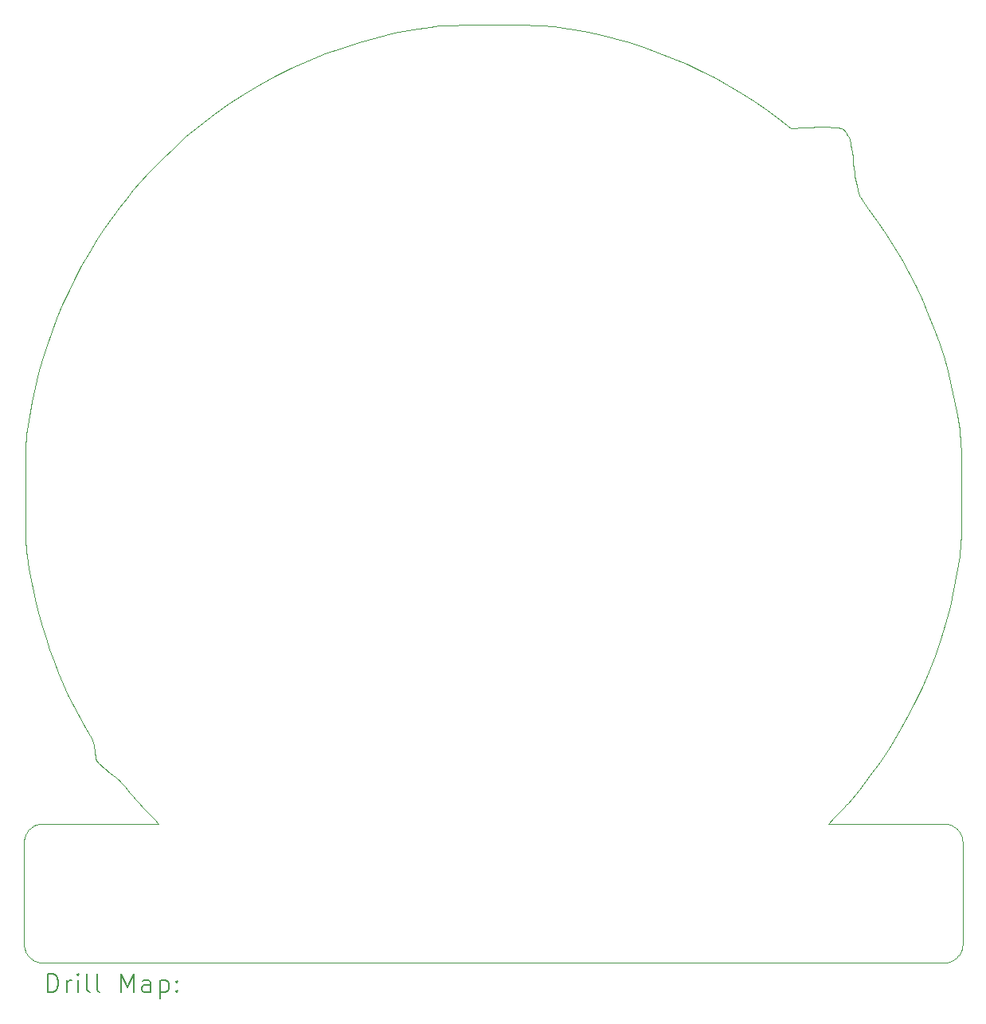
<source format=gbr>
%TF.GenerationSoftware,KiCad,Pcbnew,(6.0.9)*%
%TF.CreationDate,2023-02-14T14:54:33-08:00*%
%TF.ProjectId,DC31_Cnet_Badge_Front,44433331-5f43-46e6-9574-5f4261646765,rev?*%
%TF.SameCoordinates,Original*%
%TF.FileFunction,Drillmap*%
%TF.FilePolarity,Positive*%
%FSLAX45Y45*%
G04 Gerber Fmt 4.5, Leading zero omitted, Abs format (unit mm)*
G04 Created by KiCad (PCBNEW (6.0.9)) date 2023-02-14 14:54:33*
%MOMM*%
%LPD*%
G01*
G04 APERTURE LIST*
%ADD10C,0.099405*%
%ADD11C,0.200000*%
G04 APERTURE END LIST*
D10*
X14682002Y-8243576D02*
X14623174Y-8094067D01*
X5045114Y-13599129D02*
X5039912Y-13607243D01*
X14829370Y-14984989D02*
X14839045Y-14982755D01*
X13724791Y-6138217D02*
X13720571Y-6135159D01*
X8211376Y-5330305D02*
X8032692Y-5402690D01*
X5901886Y-12954506D02*
X5916825Y-12966386D01*
X5868368Y-7181256D02*
X5782691Y-7311889D01*
X5760625Y-12726401D02*
X5760625Y-12726401D01*
X14954741Y-10672780D02*
X14954741Y-10672780D01*
X5830734Y-12892498D02*
X5843846Y-12904659D01*
X14989054Y-14789066D02*
X14989054Y-13710941D01*
X5302971Y-8284194D02*
X5252169Y-8429909D01*
X9376807Y-5039137D02*
X9327694Y-5045217D01*
X14908729Y-13550694D02*
X14900889Y-13545118D01*
X14829382Y-13515021D02*
X14819534Y-13513261D01*
X13167046Y-6123497D02*
X13167046Y-6123497D01*
X14789066Y-14989054D02*
X14789066Y-14989054D01*
X14969330Y-14875767D02*
X14973335Y-14866909D01*
X5200640Y-14988793D02*
X5210931Y-14989054D01*
X5124232Y-14969325D02*
X5133090Y-14973330D01*
X12203344Y-5510316D02*
X12054771Y-5440496D01*
X13798457Y-6283411D02*
X13794963Y-6269319D01*
X5010955Y-14789066D02*
X5010955Y-14789066D01*
X10356690Y-5026672D02*
X10258716Y-5025709D01*
X13678097Y-13391322D02*
X13704075Y-13363725D01*
X14960822Y-10623671D02*
X14965563Y-10575465D01*
X14857827Y-14976916D02*
X14866909Y-14973335D01*
X14973340Y-13633105D02*
X14969335Y-13624247D01*
X6109222Y-13148258D02*
X6139259Y-13184151D01*
X5739082Y-12627936D02*
X5742161Y-12635816D01*
X9425025Y-5034402D02*
X9376807Y-5039137D01*
X5742161Y-12635816D02*
X5744938Y-12643836D01*
X14943391Y-13583741D02*
X14937106Y-13576485D01*
X14980060Y-14848535D02*
X14982755Y-14839045D01*
X5735666Y-12620082D02*
X5739082Y-12627936D01*
X5034404Y-10575465D02*
X5039138Y-10623671D01*
X14902323Y-9013104D02*
X14868327Y-8856815D01*
X14937106Y-13576485D02*
X14930484Y-13569539D01*
X5124243Y-13530678D02*
X5115620Y-13535094D01*
X13711435Y-6129762D02*
X13706468Y-6127402D01*
X5076470Y-14937090D02*
X5083726Y-14943376D01*
X5151475Y-13519947D02*
X5142183Y-13523092D01*
X6312363Y-13376440D02*
X6354614Y-13420656D01*
X13044729Y-6030273D02*
X13044729Y-6030273D01*
X5017251Y-14839041D02*
X5019946Y-14848530D01*
X14799370Y-13511215D02*
X14789078Y-13510953D01*
X9137862Y-5074264D02*
X8949146Y-5110885D01*
X5013260Y-14819519D02*
X5015018Y-14829366D01*
X5025011Y-10000470D02*
X5025011Y-10000470D01*
X5755563Y-12689929D02*
X5757288Y-12701128D01*
X13884212Y-6814359D02*
X13873131Y-6773198D01*
X14809526Y-13511988D02*
X14799370Y-13511215D01*
X5039906Y-14892757D02*
X5045107Y-14900871D01*
X14949327Y-13591296D02*
X14943391Y-13583741D01*
X13695610Y-6123300D02*
X13689667Y-6121536D01*
X14974385Y-9718092D02*
X14971675Y-9540919D01*
X5777220Y-12832895D02*
X5778707Y-12835666D01*
X5749732Y-12660739D02*
X5751821Y-12669846D01*
X6139259Y-13184151D02*
X6139259Y-13184151D01*
X6590549Y-6340177D02*
X6590549Y-6340177D01*
X13511313Y-6110045D02*
X13442932Y-6110801D01*
X14982759Y-13660967D02*
X14980064Y-13651478D01*
X14875778Y-13530683D02*
X14866920Y-13526677D01*
X5091281Y-14949313D02*
X5099121Y-14954889D01*
X5076479Y-13562910D02*
X5069534Y-13569532D01*
X10963159Y-5092693D02*
X10801232Y-5063712D01*
X8392660Y-5264791D02*
X8211376Y-5330305D01*
X14949320Y-14908719D02*
X14954896Y-14900878D01*
X8761842Y-5154941D02*
X8576248Y-5206290D01*
X6173487Y-6777689D02*
X6099314Y-6867837D01*
X10557020Y-5032743D02*
X10503284Y-5030128D01*
X13750247Y-13313244D02*
X13769852Y-13290915D01*
X14785097Y-8547483D02*
X14735999Y-8394769D01*
X13561803Y-13510953D02*
X13561803Y-13510953D01*
X5019949Y-13651473D02*
X5017254Y-13660962D01*
X5142183Y-13523092D02*
X5133101Y-13526673D01*
X13750214Y-6167393D02*
X13746846Y-6162314D01*
X6022469Y-13052355D02*
X6033256Y-13063374D01*
X5025135Y-9843411D02*
X5025011Y-10000470D01*
X5011216Y-14799356D02*
X5011988Y-14809511D01*
X5083726Y-14943376D02*
X5091281Y-14949313D01*
X14986748Y-14819522D02*
X14988020Y-14809513D01*
X14974385Y-10282840D02*
X14974872Y-10157527D01*
X14806870Y-11381084D02*
X14853587Y-11206313D01*
X5886924Y-12942216D02*
X5901886Y-12954506D01*
X14857838Y-13523096D02*
X14848547Y-13519951D01*
X14930484Y-13569539D02*
X14923539Y-13562917D01*
X7349899Y-5758134D02*
X7188671Y-5862767D01*
X14081783Y-7108492D02*
X13986739Y-6978381D01*
X5200652Y-13511214D02*
X5190496Y-13511987D01*
X11904124Y-5375614D02*
X11751518Y-5315719D01*
X5731875Y-12612145D02*
X5735666Y-12620082D01*
X6056365Y-13088019D02*
X6068722Y-13101681D01*
X5818568Y-12880812D02*
X5830734Y-12892498D01*
X13888248Y-13148549D02*
X14001075Y-13002590D01*
X6002336Y-13032831D02*
X6012168Y-13042180D01*
X13930917Y-6900360D02*
X13916715Y-6878392D01*
X13669482Y-6117258D02*
X13661883Y-6116133D01*
X6250402Y-6688801D02*
X6173487Y-6777689D01*
X13167046Y-6123497D02*
X13044729Y-6030273D01*
X5945866Y-12988213D02*
X5959580Y-12997806D01*
X5757288Y-12701128D02*
X5760625Y-12726401D01*
X11597069Y-5260856D02*
X11440892Y-5211075D01*
X5034404Y-9425431D02*
X5030848Y-9478185D01*
X5773481Y-12817126D02*
X5775049Y-12825379D01*
X5992955Y-13024287D02*
X6002336Y-13032831D01*
X13701201Y-6125251D02*
X13695610Y-6123300D01*
X5797849Y-12859567D02*
X5807542Y-12869776D01*
X5782691Y-7311889D02*
X5701203Y-7444831D01*
X5916825Y-12966386D02*
X5931550Y-12977681D01*
X5099121Y-14954889D02*
X5107235Y-14960092D01*
X10638157Y-5040049D02*
X10638157Y-5040049D01*
X13760303Y-6184675D02*
X13753563Y-6172805D01*
X6012168Y-13042180D02*
X6022469Y-13052355D01*
X14258933Y-7377551D02*
X14172537Y-7241604D01*
X5133090Y-14973330D02*
X5142171Y-14976912D01*
X6081639Y-13116263D02*
X6109222Y-13148258D01*
X5164350Y-8725239D02*
X5127431Y-8874612D01*
X5039912Y-13607243D02*
X5035096Y-13615618D01*
X5478407Y-12139765D02*
X5533282Y-12253295D01*
X5095236Y-9024962D02*
X5067816Y-9176168D01*
X6413473Y-6513672D02*
X6330314Y-6600890D01*
X13308124Y-6115539D02*
X13167046Y-6123497D01*
X5030675Y-14875760D02*
X5035091Y-14884383D01*
X14875767Y-14969330D02*
X14884390Y-14964913D01*
X13568935Y-6110578D02*
X13542004Y-6110140D01*
X13895432Y-6841336D02*
X13891657Y-6833604D01*
X13720571Y-6135159D02*
X13716127Y-6132344D01*
X14980064Y-13651478D02*
X14976920Y-13642186D01*
X13636116Y-6113501D02*
X13616210Y-6112255D01*
X14694378Y-11725040D02*
X14753776Y-11554047D01*
X5170628Y-14984986D02*
X5180476Y-14986746D01*
X13308124Y-6115539D02*
X13308124Y-6115539D01*
X14960104Y-13607250D02*
X14954902Y-13599136D01*
X5180488Y-13513259D02*
X5170640Y-13515019D01*
X14789078Y-13510953D02*
X13561803Y-13510953D01*
X5010955Y-13710941D02*
X5010955Y-14789066D01*
X9477794Y-5030847D02*
X9425025Y-5034402D01*
X5244097Y-11542676D02*
X5285306Y-11665131D01*
X5025616Y-9718092D02*
X5025135Y-9843411D01*
X5550989Y-7717158D02*
X5482360Y-7856301D01*
X13743432Y-6157557D02*
X13739947Y-6153112D01*
X5753753Y-12679539D02*
X5755563Y-12689929D01*
X13986739Y-6978381D02*
X13986739Y-6978381D01*
X6167152Y-13217148D02*
X6198902Y-13253361D01*
X5030848Y-10522720D02*
X5034404Y-10575465D01*
X8032692Y-5402690D02*
X7856905Y-5481806D01*
X5011216Y-13700650D02*
X5010955Y-13710941D01*
X14839045Y-14982755D02*
X14848535Y-14980060D01*
X13676629Y-6118526D02*
X13669482Y-6117258D01*
X5062904Y-14923523D02*
X5069525Y-14930468D01*
X5010955Y-13710941D02*
X5010955Y-13710941D01*
X14479097Y-12224578D02*
X14556965Y-12060468D01*
X14866909Y-14973335D02*
X14875767Y-14969330D01*
X5590611Y-12364241D02*
X5650300Y-12472336D01*
X13904858Y-6858672D02*
X13895432Y-6841336D01*
X14491295Y-7800762D02*
X14418380Y-7657295D01*
X12774573Y-5838026D02*
X12635457Y-5748929D01*
X13863766Y-6735740D02*
X13855822Y-6700332D01*
X6330314Y-6600890D02*
X6250402Y-6688801D01*
X14960822Y-9377219D02*
X14954741Y-9328108D01*
X13947378Y-6924438D02*
X13930917Y-6900360D01*
X13966014Y-6950490D02*
X13947378Y-6924438D01*
X13561803Y-13510953D02*
X13621837Y-13449844D01*
X14753776Y-11554047D02*
X14806870Y-11381084D01*
X5056619Y-14916267D02*
X5062904Y-14923523D01*
X5160953Y-14982752D02*
X5170628Y-14984986D01*
X10503284Y-5030128D02*
X10437360Y-5028124D01*
X5190484Y-14988019D02*
X5200640Y-14988793D01*
X5039138Y-9377219D02*
X5034404Y-9425431D01*
X14305404Y-12544777D02*
X14395219Y-12386068D01*
X7031825Y-5973429D02*
X6879658Y-6089978D01*
X14954741Y-9328108D02*
X14954741Y-9328108D01*
X5067816Y-9176168D02*
X5045217Y-9328108D01*
X5030848Y-9478185D02*
X5028309Y-9540919D01*
X13706468Y-6127402D02*
X13701201Y-6125251D01*
X5775049Y-12825379D02*
X5776283Y-12830530D01*
X5019946Y-14848530D02*
X5023089Y-14857821D01*
X11123822Y-5126946D02*
X10963159Y-5092693D01*
X14982755Y-14839045D02*
X14984989Y-14829370D01*
X5418115Y-7997269D02*
X5358302Y-8139940D01*
X14988793Y-14799357D02*
X14989054Y-14789066D01*
X7188671Y-5862767D02*
X7031825Y-5973429D01*
X13778103Y-6220860D02*
X13767268Y-6198015D01*
X5062912Y-13576477D02*
X5056627Y-13583734D01*
X5723029Y-12595569D02*
X5727675Y-12604011D01*
X5190496Y-13511987D02*
X5180488Y-13513259D01*
X5205946Y-8576965D02*
X5164350Y-8725239D01*
X5744938Y-12643836D02*
X5747450Y-12652107D01*
X14931150Y-9170257D02*
X14902323Y-9013104D01*
X14892764Y-14960098D02*
X14900878Y-14954896D01*
X14969126Y-10522720D02*
X14971676Y-10459995D01*
X14974872Y-10157527D02*
X14974998Y-10000470D01*
X5958184Y-7053053D02*
X5958184Y-7053053D01*
X5025616Y-10282840D02*
X5028309Y-10459995D01*
X14172537Y-7241604D02*
X14081783Y-7108492D01*
X14984991Y-13670642D02*
X14982759Y-13660967D01*
X13787206Y-6243988D02*
X13778103Y-6220860D01*
X5099131Y-13545112D02*
X5091291Y-13550688D01*
X14809513Y-14988020D02*
X14819522Y-14986748D01*
X10000625Y-5025011D02*
X10000625Y-5025011D01*
X5015018Y-14829366D02*
X5017251Y-14839041D01*
X5984007Y-13016532D02*
X5992955Y-13024287D01*
X5083736Y-13556625D02*
X5076479Y-13562910D01*
X13769852Y-13290915D02*
X13888248Y-13148549D01*
X10000625Y-5025011D02*
X9717903Y-5025616D01*
X14908719Y-14949320D02*
X14916274Y-14943383D01*
X13820246Y-6431085D02*
X13814016Y-6377736D01*
X13807983Y-6334272D02*
X13801760Y-6298774D01*
X9327694Y-5045217D02*
X9327694Y-5045217D01*
X6234015Y-13292306D02*
X6272000Y-13333494D01*
X14916283Y-13556631D02*
X14908729Y-13550694D01*
X5482360Y-7856301D02*
X5418115Y-7997269D01*
X13704075Y-13363725D02*
X13728223Y-13337606D01*
X14001075Y-13002590D02*
X14108258Y-12853201D01*
X14960098Y-14892764D02*
X14964913Y-14884390D01*
X10000625Y-5025011D02*
X10000625Y-5025011D01*
X6879658Y-6089978D02*
X6732467Y-6212274D01*
X5028309Y-10459995D02*
X5030848Y-10522720D01*
X13593884Y-6111310D02*
X13568935Y-6110578D01*
X13837555Y-6589896D02*
X13832336Y-6546172D01*
X5727675Y-12604011D02*
X5731875Y-12612145D01*
X7515212Y-5659668D02*
X7349899Y-5758134D01*
X13767268Y-6198015D02*
X13760303Y-6184675D01*
X5958184Y-7053053D02*
X5868368Y-7181256D01*
X5170640Y-13515019D02*
X5160965Y-13517252D01*
X5011989Y-13690494D02*
X5011216Y-13700650D01*
X12054771Y-5440496D02*
X11904124Y-5375614D01*
X5017254Y-13660962D02*
X5015021Y-13670638D01*
X5050682Y-14908712D02*
X5056619Y-14916267D01*
X8949146Y-5110885D02*
X8761842Y-5154941D01*
X13832336Y-6546172D02*
X13827058Y-6496239D01*
X13986739Y-6978381D02*
X13966014Y-6950490D01*
X13767268Y-6198015D02*
X13767268Y-6198015D01*
X13843012Y-6629062D02*
X13837555Y-6589896D01*
X13827058Y-6496239D02*
X13820246Y-6431085D01*
X5789683Y-12850361D02*
X5797849Y-12859567D01*
X14964913Y-14884390D02*
X14969330Y-14875767D01*
X5533282Y-12253295D02*
X5590611Y-12364241D01*
X14789078Y-13510953D02*
X14789078Y-13510953D01*
X5210943Y-13510953D02*
X5200652Y-13511214D01*
X14209726Y-12700542D02*
X14305404Y-12544777D01*
X14964919Y-13615624D02*
X14960104Y-13607250D01*
X14556965Y-12060468D02*
X14628750Y-11893901D01*
X5142171Y-14976912D02*
X5151463Y-14980057D01*
X5376390Y-11906019D02*
X5426078Y-12023918D01*
X5063378Y-10796548D02*
X5085111Y-10920928D01*
X5776283Y-12830530D02*
X5777220Y-12832895D01*
X5426078Y-12023918D02*
X5478407Y-12139765D01*
X14623174Y-8094067D02*
X14559583Y-7946408D01*
X13916715Y-6878392D02*
X13904858Y-6858672D01*
X14628750Y-11893901D02*
X14694378Y-11725040D01*
X14108258Y-12853201D02*
X14209726Y-12700542D01*
X11440892Y-5211075D02*
X11283105Y-5166422D01*
X5778707Y-12835666D02*
X5783238Y-12842335D01*
X14853587Y-11206313D02*
X14893854Y-11029898D01*
X5010955Y-14789066D02*
X5011216Y-14799356D01*
X14965563Y-9425431D02*
X14960822Y-9377219D01*
X5210931Y-14989054D02*
X5210931Y-14989054D01*
X14848535Y-14980060D02*
X14857827Y-14976916D01*
X7684313Y-5567512D02*
X7515212Y-5659668D01*
X14989054Y-14789066D02*
X14989054Y-14789066D01*
X14988020Y-14809513D02*
X14988793Y-14799357D01*
X5701203Y-7444831D02*
X5623953Y-7579961D01*
X5127431Y-8874612D02*
X5095236Y-9024962D01*
X14340903Y-7516170D02*
X14258933Y-7377551D01*
X13728814Y-6141530D02*
X13724791Y-6138217D01*
X5783238Y-12842335D02*
X5789683Y-12850361D01*
X5329435Y-11786334D02*
X5376390Y-11906019D01*
X14868327Y-8856815D02*
X14829229Y-8701553D01*
X13739947Y-6153112D02*
X13736366Y-6148966D01*
X14937097Y-14923530D02*
X14943383Y-14916274D01*
X14893854Y-11029898D02*
X14927596Y-10851999D01*
X5138921Y-11170456D02*
X5170811Y-11295072D01*
X14395219Y-12386068D02*
X14479097Y-12224578D01*
X5180476Y-14986746D02*
X5190484Y-14988019D01*
X6099314Y-6867837D02*
X6027631Y-6959530D01*
X5039138Y-10623671D02*
X5045217Y-10672780D01*
X13736366Y-6148966D02*
X13732663Y-6145110D01*
X5035091Y-14884383D02*
X5039906Y-14892757D01*
X5050690Y-13591288D02*
X5045114Y-13599129D01*
X6198902Y-13253361D02*
X6234015Y-13292306D01*
X5760625Y-12726401D02*
X5765145Y-12761640D01*
X14976916Y-14857827D02*
X14980060Y-14848535D01*
X14976920Y-13642186D02*
X14973340Y-13633105D01*
X13794963Y-6269319D02*
X13791228Y-6256258D01*
X5358302Y-8139940D02*
X5302971Y-8284194D01*
X6354614Y-13420656D02*
X6398259Y-13465656D01*
X9717903Y-5025616D02*
X9540565Y-5028307D01*
X14974998Y-10000470D02*
X14974998Y-10000470D01*
X10437360Y-5028124D02*
X10356690Y-5026672D01*
X14954896Y-14900878D02*
X14960098Y-14892764D01*
X13873131Y-6773198D02*
X13863766Y-6735740D01*
X12493803Y-5664580D02*
X12349726Y-5585027D01*
X14900889Y-13545118D02*
X14892775Y-13539916D01*
X13891657Y-6833604D02*
X13888522Y-6826520D01*
X14930475Y-14930475D02*
X14937097Y-14923530D01*
X5205901Y-11419234D02*
X5244097Y-11542676D01*
X6442806Y-13510953D02*
X6442806Y-13510953D01*
X13689667Y-6121536D02*
X13683349Y-6119949D01*
X13855822Y-6700332D02*
X13849002Y-6665324D01*
X13746846Y-6162314D02*
X13743432Y-6157557D01*
X12911036Y-5931823D02*
X12774573Y-5838026D01*
X5160965Y-13517252D02*
X5151475Y-13519947D01*
X14819522Y-14986748D02*
X14829370Y-14984989D01*
X14559583Y-7946408D02*
X14491295Y-7800762D01*
X5285306Y-11665131D02*
X5329435Y-11786334D01*
X14884390Y-14964913D02*
X14892764Y-14960098D01*
X12635457Y-5748929D02*
X12493803Y-5664580D01*
X13442932Y-6110801D02*
X13372349Y-6112686D01*
X5872135Y-12929694D02*
X5886924Y-12942216D01*
X14829229Y-8701553D02*
X14785097Y-8547483D01*
X5843846Y-12904659D02*
X5857711Y-12917116D01*
X14839057Y-13517255D02*
X14829382Y-13515021D01*
X5769600Y-12793022D02*
X5773481Y-12817126D01*
X10258716Y-5025709D02*
X10000625Y-5025011D01*
X5959580Y-12997806D02*
X5959580Y-12997806D01*
X11283105Y-5166422D02*
X11123822Y-5126946D01*
X6068722Y-13101681D02*
X6081639Y-13116263D01*
X14789066Y-14989054D02*
X14799357Y-14988793D01*
X13661883Y-6116133D02*
X13653806Y-6115139D01*
X5252169Y-8429909D02*
X5205946Y-8576965D01*
X5023094Y-13642181D02*
X5019949Y-13651473D01*
X10801232Y-5063712D02*
X10638157Y-5040049D01*
X14418380Y-7657295D02*
X14340903Y-7516170D01*
X14974998Y-10000470D02*
X14974385Y-9718092D01*
X5975474Y-13009546D02*
X5984007Y-13016532D01*
X6033256Y-13063374D02*
X6044549Y-13075256D01*
X5650300Y-12472336D02*
X5712256Y-12577315D01*
X5712256Y-12577315D02*
X5717902Y-12586708D01*
X14900878Y-14954896D02*
X14908719Y-14949320D01*
X5959580Y-12997806D02*
X5967337Y-13003310D01*
X5107245Y-13539910D02*
X5099131Y-13545112D01*
X14988794Y-13700651D02*
X14988022Y-13690496D01*
X13753563Y-6172805D02*
X13750214Y-6167393D01*
X6500134Y-6426862D02*
X6413473Y-6513672D01*
X13044729Y-6030273D02*
X12911036Y-5931823D01*
X13888522Y-6826520D02*
X13886037Y-6820099D01*
X5056627Y-13583734D02*
X5050690Y-13591288D01*
X13616210Y-6112255D02*
X13593884Y-6111310D01*
X6027631Y-6959530D02*
X5958184Y-7053053D01*
X14884401Y-13535100D02*
X14875778Y-13530683D01*
X14973335Y-14866909D02*
X14976916Y-14857827D01*
X5045217Y-9328108D02*
X5039138Y-9377219D01*
X13621837Y-13449844D02*
X13678097Y-13391322D01*
X14927596Y-10851999D02*
X14954741Y-10672780D01*
X13542004Y-6110140D02*
X13511313Y-6110045D01*
X13683349Y-6119949D02*
X13676629Y-6118526D01*
X13716127Y-6132344D02*
X13711435Y-6129762D01*
X13849002Y-6665324D02*
X13843012Y-6629062D01*
X5623953Y-7579961D02*
X5550989Y-7717158D01*
X5807542Y-12869776D02*
X5818568Y-12880812D01*
X5069534Y-13569532D02*
X5062912Y-13576477D01*
X13801760Y-6298774D02*
X13798457Y-6283411D01*
X13769852Y-13290915D02*
X13769852Y-13290915D01*
X5115609Y-14964908D02*
X5124232Y-14969325D01*
X14819534Y-13513261D02*
X14809526Y-13511988D01*
X14971675Y-9540919D02*
X14969126Y-9478185D01*
X5091291Y-13550688D02*
X5083736Y-13556625D01*
X5107235Y-14960092D02*
X5115609Y-14964908D01*
X5765145Y-12761640D02*
X5769600Y-12793022D01*
X9327694Y-5045217D02*
X9137862Y-5074264D01*
X6732467Y-6212274D02*
X6590549Y-6340177D01*
X14954902Y-13599136D02*
X14949327Y-13591296D01*
X13827058Y-6496239D02*
X13827058Y-6496239D01*
X14973374Y-10381849D02*
X14974385Y-10282840D01*
X13728223Y-13337606D02*
X13750247Y-13313244D01*
X5015021Y-13670638D02*
X5013261Y-13680486D01*
X14923539Y-13562917D02*
X14916283Y-13556631D01*
X8576248Y-5206290D02*
X8392660Y-5264791D01*
X5011988Y-14809511D02*
X5013260Y-14819519D01*
X5013261Y-13680486D02*
X5011989Y-13690494D01*
X6272000Y-13333494D02*
X6312363Y-13376440D01*
X5967337Y-13003310D02*
X5975474Y-13009546D01*
X13814016Y-6377736D02*
X13807983Y-6334272D01*
X5210931Y-14989054D02*
X14789066Y-14989054D01*
X5026675Y-13633099D02*
X5023094Y-13642181D01*
X5751821Y-12669846D02*
X5753753Y-12679539D01*
X14969126Y-9478185D02*
X14965563Y-9425431D01*
X5151463Y-14980057D02*
X5160953Y-14982752D01*
X6139259Y-13184151D02*
X6167152Y-13217148D01*
X12349726Y-5585027D02*
X12203344Y-5510316D01*
X5747450Y-12652107D02*
X5749732Y-12660739D01*
X5110323Y-11045653D02*
X5138921Y-11170456D01*
X14984989Y-14829370D02*
X14986748Y-14819522D01*
X13791228Y-6256258D02*
X13787206Y-6243988D01*
X5712256Y-12577315D02*
X5712256Y-12577315D01*
X6590549Y-6340177D02*
X6500134Y-6426862D01*
X5045107Y-14900871D02*
X5050682Y-14908712D01*
X5776283Y-12830530D02*
X5776283Y-12830530D01*
X14848547Y-13519951D02*
X14839057Y-13517255D01*
X14986750Y-13680489D02*
X14984991Y-13670642D01*
X5030680Y-13624241D02*
X5026675Y-13633099D01*
X10638157Y-5040049D02*
X10601125Y-5036030D01*
X14866920Y-13526677D02*
X14857838Y-13523096D01*
X13886037Y-6820099D02*
X13884212Y-6814359D01*
X5045217Y-9328108D02*
X5045217Y-9328108D01*
X14943383Y-14916274D02*
X14949320Y-14908719D01*
X5115620Y-13535094D02*
X5107245Y-13539910D01*
X13372349Y-6112686D02*
X13308124Y-6115539D01*
X13653806Y-6115139D02*
X13636116Y-6113501D01*
X5069525Y-14930468D02*
X5076470Y-14937090D01*
X14965563Y-10575465D02*
X14969126Y-10522720D01*
X5023089Y-14857821D02*
X5026670Y-14866902D01*
X14989054Y-13710941D02*
X14989054Y-13710941D01*
X11751518Y-5315719D02*
X11597069Y-5260856D01*
X14923530Y-14937097D02*
X14930475Y-14930475D01*
X14916274Y-14943383D02*
X14923530Y-14937097D01*
X7856905Y-5481806D02*
X7684313Y-5567512D01*
X5025011Y-10000470D02*
X5025616Y-10282840D01*
X5035096Y-13615618D02*
X5030680Y-13624241D01*
X14971676Y-10459995D02*
X14973374Y-10381849D01*
X13732663Y-6145110D02*
X13728814Y-6141530D01*
X5210943Y-13510953D02*
X5210943Y-13510953D01*
X5028309Y-9540919D02*
X5026619Y-9619075D01*
X5717902Y-12586708D02*
X5723029Y-12595569D01*
X13884212Y-6814359D02*
X13884212Y-6814359D01*
X5045217Y-10672780D02*
X5063378Y-10796548D01*
X5085111Y-10920928D02*
X5110323Y-11045653D01*
X14969335Y-13624247D02*
X14964919Y-13615624D01*
X5857711Y-12917116D02*
X5872135Y-12929694D01*
X5170811Y-11295072D02*
X5205901Y-11419234D01*
X14735999Y-8394769D02*
X14682002Y-8243576D01*
X5045217Y-10672780D02*
X5045217Y-10672780D01*
X5026670Y-14866902D02*
X5030675Y-14875760D01*
X13568935Y-6110578D02*
X13568935Y-6110578D01*
X6398259Y-13465656D02*
X6442806Y-13510953D01*
X5931550Y-12977681D02*
X5945866Y-12988213D01*
X14988022Y-13690496D02*
X14986750Y-13680489D01*
X5133101Y-13526673D02*
X5124243Y-13530678D01*
X14954741Y-10672780D02*
X14960822Y-10623671D01*
X14954741Y-9328108D02*
X14931150Y-9170257D01*
X14892775Y-13539916D02*
X14884401Y-13535100D01*
X9540565Y-5028307D02*
X9477794Y-5030847D01*
X6044549Y-13075256D02*
X6056365Y-13088019D01*
X10601125Y-5036030D02*
X10557020Y-5032743D01*
X5026619Y-9619075D02*
X5025616Y-9718092D01*
X6442806Y-13510953D02*
X5210943Y-13510953D01*
X14989054Y-13710941D02*
X14988794Y-13700651D01*
X14799357Y-14988793D02*
X14809513Y-14988020D01*
D11*
X5263604Y-15304500D02*
X5263604Y-15104500D01*
X5311223Y-15104500D01*
X5339795Y-15114024D01*
X5358842Y-15133072D01*
X5368366Y-15152119D01*
X5377890Y-15190215D01*
X5377890Y-15218786D01*
X5368366Y-15256881D01*
X5358842Y-15275929D01*
X5339795Y-15294977D01*
X5311223Y-15304500D01*
X5263604Y-15304500D01*
X5463604Y-15304500D02*
X5463604Y-15171167D01*
X5463604Y-15209262D02*
X5473128Y-15190215D01*
X5482652Y-15180691D01*
X5501699Y-15171167D01*
X5520747Y-15171167D01*
X5587414Y-15304500D02*
X5587414Y-15171167D01*
X5587414Y-15104500D02*
X5577890Y-15114024D01*
X5587414Y-15123548D01*
X5596937Y-15114024D01*
X5587414Y-15104500D01*
X5587414Y-15123548D01*
X5711223Y-15304500D02*
X5692176Y-15294977D01*
X5682652Y-15275929D01*
X5682652Y-15104500D01*
X5815985Y-15304500D02*
X5796937Y-15294977D01*
X5787414Y-15275929D01*
X5787414Y-15104500D01*
X6044557Y-15304500D02*
X6044557Y-15104500D01*
X6111223Y-15247358D01*
X6177890Y-15104500D01*
X6177890Y-15304500D01*
X6358842Y-15304500D02*
X6358842Y-15199738D01*
X6349318Y-15180691D01*
X6330271Y-15171167D01*
X6292176Y-15171167D01*
X6273128Y-15180691D01*
X6358842Y-15294977D02*
X6339795Y-15304500D01*
X6292176Y-15304500D01*
X6273128Y-15294977D01*
X6263604Y-15275929D01*
X6263604Y-15256881D01*
X6273128Y-15237834D01*
X6292176Y-15228310D01*
X6339795Y-15228310D01*
X6358842Y-15218786D01*
X6454080Y-15171167D02*
X6454080Y-15371167D01*
X6454080Y-15180691D02*
X6473128Y-15171167D01*
X6511223Y-15171167D01*
X6530271Y-15180691D01*
X6539795Y-15190215D01*
X6549318Y-15209262D01*
X6549318Y-15266405D01*
X6539795Y-15285453D01*
X6530271Y-15294977D01*
X6511223Y-15304500D01*
X6473128Y-15304500D01*
X6454080Y-15294977D01*
X6635033Y-15285453D02*
X6644557Y-15294977D01*
X6635033Y-15304500D01*
X6625509Y-15294977D01*
X6635033Y-15285453D01*
X6635033Y-15304500D01*
X6635033Y-15180691D02*
X6644557Y-15190215D01*
X6635033Y-15199738D01*
X6625509Y-15190215D01*
X6635033Y-15180691D01*
X6635033Y-15199738D01*
M02*

</source>
